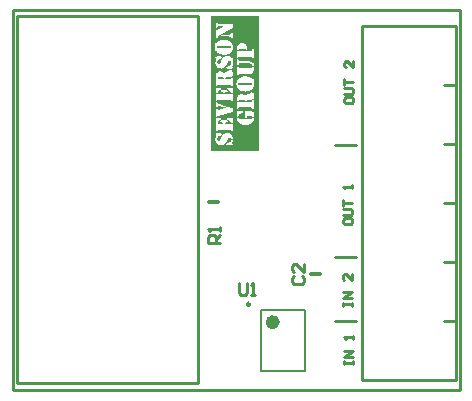
<source format=gto>
G04*
G04 #@! TF.GenerationSoftware,Altium Limited,Altium Designer,20.1.14 (287)*
G04*
G04 Layer_Color=65535*
%FSLAX25Y25*%
%MOIN*%
G70*
G04*
G04 #@! TF.SameCoordinates,812AF3B6-9DBB-4E22-AB82-19E7777D9F63*
G04*
G04*
G04 #@! TF.FilePolarity,Positive*
G04*
G01*
G75*
%ADD10C,0.02362*%
%ADD11C,0.00984*%
%ADD12C,0.01000*%
%ADD13C,0.00787*%
%ADD14C,0.01200*%
G36*
X405000Y185000D02*
X396428D01*
Y185000D01*
X389000D01*
Y229977D01*
X396428D01*
Y229977D01*
X405000D01*
Y185000D01*
D02*
G37*
%LPC*%
G36*
X390971Y227977D02*
X390952D01*
X390869Y227968D01*
X390814Y227941D01*
X390777Y227913D01*
X390767Y227904D01*
X390730Y227857D01*
X390693Y227802D01*
X390666Y227681D01*
X390656Y227626D01*
X390647Y227580D01*
Y222751D01*
D01*
Y223241D01*
X390656Y223149D01*
Y223084D01*
X390666Y223029D01*
X390675Y222992D01*
Y222964D01*
X390684Y222945D01*
X390721Y222890D01*
X390758Y222853D01*
X390786Y222825D01*
X390804Y222816D01*
X390860Y222788D01*
X390915Y222779D01*
X390952Y222770D01*
X390971D01*
X391036Y222779D01*
X391091Y222797D01*
X391128Y222807D01*
X391137Y222816D01*
X391184Y222862D01*
X391211Y222908D01*
X391230Y222945D01*
X391239Y222955D01*
X391285Y223075D01*
X391313Y223140D01*
X391341Y223186D01*
X391359Y223214D01*
X391369Y223223D01*
X391387Y223241D01*
X391415Y223260D01*
X391480Y223306D01*
X391535Y223343D01*
X391554Y223353D01*
X391563D01*
X396317Y226109D01*
Y227358D01*
X394440D01*
X390647Y225166D01*
Y226535D01*
X390656Y226414D01*
X390684Y226322D01*
X390712Y226266D01*
X390721Y226257D01*
Y226248D01*
X390786Y226192D01*
X390860Y226165D01*
X390915Y226155D01*
X390934D01*
X390943D01*
X391008Y226165D01*
X391063Y226174D01*
X391100Y226183D01*
X391110Y226192D01*
X391156Y226238D01*
X391193Y226285D01*
X391221Y226331D01*
X391230Y226349D01*
X391276Y226433D01*
X391322Y226498D01*
X391369Y226553D01*
X391406Y226590D01*
X391452Y226627D01*
X391480Y226645D01*
X391498Y226664D01*
X391507D01*
X391572Y226692D01*
X391646Y226719D01*
X391803Y226747D01*
X391868Y226757D01*
X391924D01*
X391961D01*
X391979D01*
X393117D01*
X393903Y227358D01*
X391979D01*
X391877D01*
X391794Y227367D01*
X391711Y227385D01*
X391646Y227395D01*
X391591Y227413D01*
X391554Y227422D01*
X391526Y227432D01*
X391517D01*
X391461Y227469D01*
X391415Y227506D01*
X391332Y227598D01*
X391304Y227635D01*
X391285Y227672D01*
X391267Y227691D01*
Y227700D01*
X391239Y227755D01*
X391211Y227802D01*
X391165Y227876D01*
X391137Y227913D01*
X391128Y227922D01*
X391073Y227959D01*
X391017Y227968D01*
X390971Y227977D01*
D02*
G37*
G36*
X396049Y224564D02*
X396040D01*
X396031D01*
X395975Y224555D01*
X395920Y224536D01*
X395846Y224490D01*
X395799Y224435D01*
X395781Y224416D01*
Y224407D01*
X395716Y224287D01*
X395633Y224176D01*
X395550Y224093D01*
X395513Y224065D01*
X395485Y224046D01*
X395466Y224028D01*
X395457D01*
X395392Y224000D01*
X395318Y223981D01*
X395180Y223954D01*
X395115D01*
X395069Y223944D01*
X395032D01*
X395022D01*
X392849D01*
X392072Y223343D01*
X395022D01*
X395198Y223334D01*
X395346Y223297D01*
X395466Y223251D01*
X395559Y223204D01*
X395633Y223149D01*
X395679Y223103D01*
X395707Y223066D01*
X395716Y223057D01*
X395753Y222992D01*
X395781Y222927D01*
X395809Y222890D01*
X395827Y222853D01*
X395846Y222825D01*
X395864Y222807D01*
X395873Y222797D01*
X395920Y222770D01*
X395975Y222761D01*
X396012Y222751D01*
X396317D01*
X396031D01*
X396077Y222761D01*
X396123Y222770D01*
X396197Y222825D01*
X396243Y222890D01*
X396280Y222973D01*
X396299Y223057D01*
X396308Y223130D01*
X396317Y223177D01*
Y224213D01*
X396308Y224277D01*
X396299Y224333D01*
X396280Y224370D01*
X396271Y224407D01*
X396262Y224426D01*
X396253Y224444D01*
X396216Y224481D01*
X396179Y224518D01*
X396105Y224546D01*
X396049Y224564D01*
D02*
G37*
G36*
X396419Y222317D02*
X393561D01*
D01*
X396419D01*
D02*
G37*
G36*
X393561D02*
X393496D01*
X393228Y222307D01*
X392978Y222280D01*
X392738Y222233D01*
X392525Y222187D01*
X392312Y222113D01*
X392127Y222048D01*
X391951Y221965D01*
X391803Y221891D01*
X391665Y221808D01*
X391544Y221725D01*
X391443Y221660D01*
X391350Y221595D01*
X391285Y221539D01*
X391239Y221493D01*
X391211Y221465D01*
X391202Y221456D01*
X391091Y221336D01*
X390999Y221216D01*
X390915Y221095D01*
X390851Y220994D01*
X390795Y220901D01*
X390758Y220827D01*
X390740Y220781D01*
X390730Y220762D01*
X390675Y220615D01*
X390629Y220457D01*
X390601Y220309D01*
X390573Y220161D01*
X390564Y220041D01*
X390555Y219939D01*
X390545Y219902D01*
Y222317D01*
D01*
D01*
Y217229D01*
Y219689D01*
X390555Y219495D01*
X390582Y219310D01*
X390610Y219153D01*
X390647Y219023D01*
X390675Y218913D01*
X390703Y218829D01*
X390721Y218783D01*
X390730Y218764D01*
X390795Y218626D01*
X390869Y218496D01*
X390952Y218385D01*
X391026Y218284D01*
X391091Y218191D01*
X391147Y218126D01*
X391184Y218089D01*
X391202Y218071D01*
X391369Y217923D01*
X391535Y217793D01*
X391702Y217682D01*
X391859Y217590D01*
X391998Y217525D01*
X392053Y217497D01*
X392099Y217470D01*
X392146Y217451D01*
X392173Y217442D01*
X392192Y217432D01*
X392201D01*
X392423Y217368D01*
X392645Y217312D01*
X392867Y217275D01*
X393061Y217257D01*
X393154Y217248D01*
X393237Y217238D01*
X393311D01*
X393376Y217229D01*
X390545D01*
X396419D01*
X393496D01*
X393755Y217238D01*
X394005Y217266D01*
X394236Y217303D01*
X394449Y217358D01*
X394652Y217414D01*
X394837Y217488D01*
X395004Y217553D01*
X395152Y217636D01*
X395291Y217710D01*
X395402Y217784D01*
X395503Y217849D01*
X395587Y217904D01*
X395651Y217960D01*
X395698Y217997D01*
X395725Y218024D01*
X395735Y218034D01*
X395846Y218154D01*
X395938Y218284D01*
X396021Y218422D01*
X396095Y218561D01*
X396160Y218700D01*
X396216Y218839D01*
X396308Y219097D01*
X396336Y219218D01*
X396364Y219329D01*
X396382Y219430D01*
X396401Y219523D01*
X396410Y219588D01*
Y219643D01*
X396419Y219680D01*
Y219782D01*
Y219689D01*
X395846D01*
X395818Y219606D01*
X395790Y219542D01*
X395762Y219495D01*
X395735Y219458D01*
X395716Y219430D01*
X395698Y219412D01*
X395679Y219393D01*
X395624Y219366D01*
X395559Y219347D01*
X395411Y219329D01*
X395346Y219320D01*
X395291D01*
X395254D01*
X395235D01*
X391628D01*
X391554D01*
X391480Y219329D01*
X391424Y219338D01*
X391378Y219356D01*
X391350Y219366D01*
X391322Y219375D01*
X391304Y219384D01*
X391267Y219412D01*
X391230Y219458D01*
X391174Y219560D01*
X391147Y219606D01*
X391137Y219653D01*
X391119Y219680D01*
Y219689D01*
X390545D01*
Y219847D01*
X391119D01*
X391137Y219902D01*
X391165Y219949D01*
X391193Y220023D01*
X391211Y220059D01*
X391221Y220069D01*
X391258Y220106D01*
X391285Y220133D01*
X391322Y220152D01*
X391332Y220161D01*
X391424Y220198D01*
X391517Y220217D01*
X391563Y220226D01*
X391600D01*
X391618D01*
X391628D01*
X395235D01*
X395346D01*
X395439Y220208D01*
X395513Y220198D01*
X395577Y220180D01*
X395624Y220161D01*
X395661Y220143D01*
X395679Y220133D01*
X395688Y220124D01*
X395725Y220096D01*
X395753Y220069D01*
X395762Y220050D01*
X395772Y220041D01*
X395781Y220023D01*
X395790Y219995D01*
X395818Y219930D01*
X395827Y219875D01*
X395836Y219856D01*
Y219847D01*
X396419D01*
Y219782D01*
Y219847D01*
Y219865D01*
Y219847D01*
X396401Y220032D01*
X396373Y220217D01*
X396336Y220383D01*
X396280Y220540D01*
X396234Y220689D01*
X396169Y220818D01*
X396114Y220948D01*
X396049Y221059D01*
X395994Y221151D01*
X395938Y221244D01*
X395883Y221318D01*
X395836Y221382D01*
X395790Y221428D01*
X395762Y221465D01*
X395744Y221484D01*
X395735Y221493D01*
X395577Y221641D01*
X395402Y221761D01*
X395226Y221872D01*
X395041Y221965D01*
X394856Y222048D01*
X394671Y222113D01*
X394486Y222168D01*
X394310Y222215D01*
X394144Y222252D01*
X393986Y222270D01*
X393848Y222289D01*
X393727Y222307D01*
X393635D01*
X393561Y222317D01*
D02*
G37*
G36*
X399523Y221142D02*
X399412D01*
X399209Y221132D01*
X399015Y221095D01*
X398848Y221049D01*
X398709Y220994D01*
X398589Y220938D01*
X398506Y220892D01*
X398450Y220855D01*
X398432Y220846D01*
X398293Y220735D01*
X398173Y220615D01*
X398071Y220485D01*
X397988Y220365D01*
X397923Y220254D01*
X397877Y220170D01*
X397858Y220133D01*
X397849Y220106D01*
X397840Y220096D01*
Y220087D01*
X397812Y220004D01*
X397784Y219912D01*
X397747Y219699D01*
X397710Y219477D01*
X397692Y219255D01*
X397683Y219051D01*
Y218968D01*
X397673Y218894D01*
Y218737D01*
X398275D01*
X398284Y218820D01*
X398302Y218885D01*
X398321Y218950D01*
X398339Y218987D01*
X398358Y219023D01*
X398376Y219042D01*
X398386Y219060D01*
X398441Y219116D01*
X398487Y219144D01*
X398524Y219162D01*
X398543Y219172D01*
X398571Y219181D01*
X398617Y219190D01*
X398691Y219199D01*
X398737D01*
X398765D01*
X398783D01*
X398793D01*
X400078D01*
X400162D01*
X400245Y219190D01*
X400310Y219181D01*
X400365Y219162D01*
X400402Y219153D01*
X400430Y219134D01*
X400448Y219125D01*
X400458D01*
X400513Y219088D01*
X400550Y219060D01*
X400569Y219033D01*
X400578Y219023D01*
X400587Y218996D01*
X400606Y218959D01*
X400633Y218866D01*
X400643Y218829D01*
X400652Y218792D01*
X400661Y218764D01*
Y218755D01*
X401244D01*
Y218913D01*
X401235Y219051D01*
X401225Y219190D01*
X401216Y219301D01*
X401207Y219412D01*
X401198Y219504D01*
X401179Y219588D01*
X401170Y219662D01*
X401151Y219726D01*
X401142Y219782D01*
X401133Y219828D01*
X401114Y219865D01*
X401105Y219902D01*
X401096Y219921D01*
X401013Y220143D01*
X400911Y220337D01*
X400809Y220494D01*
X400707Y220624D01*
X400615Y220725D01*
X400541Y220790D01*
X400495Y220836D01*
X400476Y220846D01*
X400310Y220948D01*
X400134Y221022D01*
X399958Y221068D01*
X399792Y221105D01*
X399634Y221123D01*
X399579Y221132D01*
X399523Y221142D01*
D02*
G37*
G36*
X397673Y218737D02*
D01*
Y218598D01*
Y218737D01*
D02*
G37*
G36*
X403075Y219088D02*
X403057D01*
X403048D01*
X402964Y219079D01*
X402900Y219042D01*
X402844Y218996D01*
X402807Y218940D01*
X402779Y218876D01*
X402752Y218829D01*
X402742Y218792D01*
Y218783D01*
X402724Y218718D01*
X402715Y218681D01*
X402705Y218672D01*
Y218663D01*
X402696Y218644D01*
X402678Y218626D01*
X402659Y218617D01*
X402650Y218607D01*
X402641Y218598D01*
X402622D01*
X402567Y218589D01*
X402520D01*
X402511D01*
X402502D01*
X397673D01*
Y218598D01*
Y216591D01*
X397683Y216471D01*
X397710Y216387D01*
X397747Y216332D01*
X397757Y216322D01*
Y216313D01*
X397784Y216276D01*
X397821Y216258D01*
X397886Y216221D01*
X397942Y216212D01*
X397673D01*
D01*
X403344D01*
D01*
X403057D01*
X403112Y216221D01*
X403149Y216230D01*
X403223Y216267D01*
X403260Y216295D01*
X403279Y216313D01*
X403316Y216396D01*
X403334Y216489D01*
X403344Y216526D01*
Y218709D01*
X403334Y218764D01*
X403325Y218820D01*
X403316Y218857D01*
X403307Y218894D01*
X403297Y218913D01*
X403288Y218931D01*
X403251Y218987D01*
X403214Y219023D01*
X403168Y219051D01*
X403131Y219070D01*
X403075Y219088D01*
D02*
G37*
G36*
X392377Y216646D02*
X392349D01*
X392331D01*
X392321D01*
X390989D01*
X390860Y216637D01*
X390767Y216609D01*
X390730Y216600D01*
X390703Y216582D01*
X390693Y216572D01*
X390684D01*
X390647Y216545D01*
X390619Y216508D01*
X390582Y216434D01*
X390573Y216369D01*
Y216341D01*
X390582Y216295D01*
X390592Y216248D01*
X390638Y216175D01*
X390693Y216128D01*
X390703Y216110D01*
X390712D01*
X390841Y216017D01*
Y215952D01*
X390832Y215915D01*
X390823Y215888D01*
Y215879D01*
X390777Y215768D01*
X390740Y215666D01*
X390703Y215573D01*
X390675Y215499D01*
X390656Y215444D01*
X390647Y215398D01*
X390638Y215370D01*
Y215360D01*
X390619Y215286D01*
X390601Y215203D01*
X390582Y215037D01*
X390573Y214953D01*
X390564Y214898D01*
Y214843D01*
X391156D01*
X391202Y215009D01*
X391248Y215157D01*
X391304Y215277D01*
X391350Y215388D01*
X391396Y215462D01*
X391424Y215527D01*
X391452Y215564D01*
X391461Y215573D01*
X391563Y215629D01*
X391655Y215684D01*
X391739Y215721D01*
X391803Y215758D01*
X391859Y215795D01*
X391905Y215814D01*
X391933Y215832D01*
X391942D01*
X392090Y215897D01*
X392210Y215943D01*
X392266Y215962D01*
X392303Y215971D01*
X392331Y215980D01*
X392340D01*
X392405Y215999D01*
X392460Y216008D01*
X392497Y216026D01*
X392506D01*
X392543Y216054D01*
X392571Y216073D01*
X392590Y216091D01*
X392599Y216101D01*
X392645Y216175D01*
X392664Y216248D01*
X392673Y216295D01*
Y216313D01*
X392664Y216369D01*
X392654Y216415D01*
X392617Y216489D01*
X392590Y216535D01*
X392571Y216554D01*
X392488Y216609D01*
X392405Y216637D01*
X392377Y216646D01*
D02*
G37*
G36*
X396419Y216831D02*
Y214750D01*
X396410Y214861D01*
X396391Y214972D01*
X396382Y215065D01*
X396364Y215148D01*
X396354Y215203D01*
X396345Y215249D01*
Y215259D01*
X396317Y215370D01*
X396280Y215472D01*
X396243Y215573D01*
X396216Y215647D01*
X396188Y215721D01*
X396160Y215768D01*
X396151Y215805D01*
X396142Y215814D01*
X396040Y215980D01*
X395920Y216128D01*
X395799Y216258D01*
X395688Y216359D01*
X395587Y216443D01*
X395503Y216508D01*
X395448Y216545D01*
X395439Y216554D01*
X395429D01*
X395254Y216646D01*
X395087Y216711D01*
X394921Y216767D01*
X394763Y216794D01*
X394634Y216813D01*
X394532Y216831D01*
X394440D01*
X394310Y216822D01*
X394181Y216804D01*
X394051Y216776D01*
X393940Y216739D01*
X393718Y216646D01*
X393533Y216545D01*
X393450Y216489D01*
X393385Y216443D01*
X393320Y216387D01*
X393265Y216350D01*
X393228Y216313D01*
X393200Y216285D01*
X393182Y216267D01*
X393172Y216258D01*
X393108Y216212D01*
X393052Y216165D01*
X392950Y216054D01*
X392913Y216008D01*
X392886Y215971D01*
X392876Y215943D01*
X392867Y215934D01*
X392821Y215851D01*
X392765Y215758D01*
X392719Y215666D01*
X392673Y215573D01*
X392627Y215490D01*
X392599Y215425D01*
X392580Y215379D01*
X392571Y215360D01*
X392525Y215259D01*
X392488Y215157D01*
X392414Y215000D01*
X392349Y214861D01*
X392303Y214759D01*
X392266Y214685D01*
X392238Y214639D01*
X392220Y214611D01*
Y214602D01*
X392173Y214528D01*
X392127Y214463D01*
X392090Y214408D01*
X392053Y214362D01*
X392016Y214324D01*
X391988Y214306D01*
X391979Y214297D01*
X391970Y214287D01*
X391859Y214232D01*
X391757Y214204D01*
X391720D01*
X391683Y214195D01*
X391665D01*
X391655D01*
X391591Y214204D01*
X391535Y214213D01*
X391443Y214250D01*
X391406Y214269D01*
X391378Y214287D01*
X391369Y214306D01*
X391359D01*
X391313Y214352D01*
X391276Y214417D01*
X391211Y214546D01*
X391184Y214611D01*
X391165Y214657D01*
X391156Y214694D01*
Y214704D01*
X390545D01*
X390573Y214408D01*
X390619Y214149D01*
X390684Y213927D01*
X390712Y213825D01*
X390749Y213742D01*
X390786Y213658D01*
X390814Y213584D01*
X390841Y213529D01*
X390869Y213483D01*
X390897Y213446D01*
X390906Y213409D01*
X390925Y213400D01*
Y213390D01*
X391026Y213261D01*
X391128Y213150D01*
X391239Y213057D01*
X391350Y212974D01*
X391443Y212918D01*
X391517Y212872D01*
X391563Y212844D01*
X391572Y212835D01*
X391581D01*
X391739Y212771D01*
X391896Y212724D01*
X392044Y212687D01*
X392173Y212669D01*
X392294Y212650D01*
X392386Y212641D01*
X390545D01*
X392469D01*
X392645Y212650D01*
X392802Y212678D01*
X392960Y212715D01*
X393108Y212761D01*
X393237Y212826D01*
X393367Y212891D01*
X393478Y212965D01*
X393579Y213039D01*
X393672Y213113D01*
X393755Y213187D01*
X393820Y213251D01*
X393885Y213316D01*
X393931Y213363D01*
X393959Y213400D01*
X393977Y213427D01*
X393986Y213437D01*
X394070Y213557D01*
X394134Y213668D01*
X394162Y213714D01*
X394181Y213751D01*
X394199Y213770D01*
Y213779D01*
X394236Y213862D01*
X394282Y213964D01*
X394338Y214084D01*
X394393Y214195D01*
X394440Y214306D01*
X394477Y214389D01*
X394495Y214426D01*
X394504Y214454D01*
X394514Y214463D01*
Y214473D01*
X394588Y214620D01*
X394643Y214750D01*
X394699Y214852D01*
X394745Y214935D01*
X394782Y214990D01*
X394810Y215037D01*
X394828Y215055D01*
X394837Y215065D01*
X394902Y215139D01*
X394976Y215185D01*
X395041Y215222D01*
X395106Y215249D01*
X395161Y215268D01*
X395207Y215277D01*
X395235D01*
X395244D01*
X395318Y215268D01*
X395392Y215259D01*
X395457Y215231D01*
X395503Y215212D01*
X395540Y215185D01*
X395568Y215157D01*
X395587Y215148D01*
X395596Y215139D01*
X395642Y215083D01*
X395688Y215000D01*
X395762Y214833D01*
X395790Y214750D01*
X395809Y214685D01*
X395818Y214639D01*
X395827Y214620D01*
X396419D01*
Y214491D01*
X395818D01*
X395790Y214362D01*
X395762Y214250D01*
X395725Y214158D01*
X395688Y214075D01*
X395661Y214019D01*
X395633Y213973D01*
X395624Y213945D01*
X395614Y213936D01*
X395513Y213843D01*
X395420Y213760D01*
X395328Y213696D01*
X395235Y213631D01*
X395170Y213575D01*
X395106Y213538D01*
X395069Y213520D01*
X395059Y213510D01*
X394837Y213400D01*
X394726Y213363D01*
X394625Y213326D01*
X394541Y213298D01*
X394477Y213279D01*
X394440Y213261D01*
X394421D01*
X394319Y213224D01*
X394255Y213187D01*
X394208Y213150D01*
X394199Y213141D01*
X394153Y213085D01*
X394134Y213011D01*
X394125Y212955D01*
Y212891D01*
X394144Y212854D01*
X394181Y212780D01*
X394218Y212743D01*
X394227Y212724D01*
X394236D01*
X394319Y212678D01*
X394403Y212650D01*
X394430D01*
X394458Y212641D01*
X396419D01*
Y216831D01*
D02*
G37*
G36*
X403445Y215656D02*
D01*
Y213455D01*
X403427Y213594D01*
X403408Y213714D01*
X403381Y213816D01*
X403362Y213899D01*
X403334Y213973D01*
X403325Y214019D01*
X403307Y214047D01*
Y214056D01*
X403223Y214213D01*
X403131Y214343D01*
X403029Y214463D01*
X402927Y214556D01*
X402844Y214630D01*
X402770Y214685D01*
X402724Y214722D01*
X402705Y214732D01*
X402548Y214833D01*
X402363Y214907D01*
X402178Y214963D01*
X402002Y215000D01*
X401845Y215018D01*
X401780Y215027D01*
X401725Y215037D01*
X401669D01*
X401632D01*
X401614D01*
X401605D01*
X398968D01*
X398811Y215046D01*
X398737Y215065D01*
X398682Y215083D01*
X398626Y215092D01*
X398589Y215111D01*
X398571Y215120D01*
X398561D01*
X398497Y215157D01*
X398441Y215203D01*
X398358Y215286D01*
X398330Y215323D01*
X398312Y215351D01*
X398293Y215370D01*
Y215379D01*
X398265Y215435D01*
X398238Y215472D01*
X398210Y215509D01*
X398201Y215527D01*
X398182Y215546D01*
X398173Y215555D01*
X398136Y215592D01*
X398099Y215610D01*
X398034Y215647D01*
X397979Y215656D01*
X397960D01*
X397905Y215647D01*
X397858Y215629D01*
X397784Y215582D01*
X397747Y215527D01*
X397729Y215509D01*
Y215499D01*
X397701Y215462D01*
X397692Y215425D01*
X397683Y215398D01*
Y215388D01*
X397673Y215333D01*
Y214213D01*
X397683Y214084D01*
X397701Y213991D01*
X397720Y213954D01*
X397729Y213927D01*
X397738Y213917D01*
Y213908D01*
X397766Y213871D01*
X397803Y213853D01*
X397868Y213816D01*
X397923Y213807D01*
X397942D01*
X397951D01*
X398034Y213816D01*
X398090Y213834D01*
X398127Y213843D01*
X398136Y213853D01*
X398182Y213908D01*
X398228Y213973D01*
X398265Y214029D01*
X398275Y214038D01*
Y214047D01*
X398358Y214177D01*
X398469Y214269D01*
X398580Y214343D01*
X398691Y214389D01*
X398802Y214417D01*
X398885Y214426D01*
X398922Y214436D01*
X398950D01*
X398959D01*
X398968D01*
X401605D01*
X401808Y214426D01*
X401993Y214389D01*
X402160Y214334D01*
X402308Y214278D01*
X402428Y214223D01*
X402520Y214167D01*
X402548Y214149D01*
X402576Y214130D01*
X402585Y214121D01*
X402594D01*
X402641Y214029D01*
X402668Y213927D01*
X402705Y213816D01*
X402724Y213705D01*
X402742Y213603D01*
X402761Y213529D01*
X402770Y213474D01*
Y213455D01*
X403445D01*
Y213261D01*
X402789D01*
X402761Y213187D01*
X402742Y213122D01*
X402724Y213067D01*
X402705Y213030D01*
X402696Y213002D01*
Y212983D01*
X402687Y212974D01*
X402650Y212937D01*
X402604Y212909D01*
X402576Y212891D01*
X402557Y212881D01*
X402493Y212854D01*
X402428Y212835D01*
X402372Y212817D01*
X402363D01*
X402354D01*
X402298D01*
X402224Y212807D01*
X402067D01*
X401993D01*
X401928D01*
X401891D01*
X401873D01*
X398497D01*
X398423Y212817D01*
X398376Y212826D01*
X398349Y212835D01*
X398339D01*
X398321Y212844D01*
Y212854D01*
X398312Y212863D01*
Y212881D01*
X398293Y212918D01*
X398275Y212965D01*
X398265Y212974D01*
Y212983D01*
X398228Y213057D01*
X398191Y213113D01*
X398145Y213159D01*
X398090Y213187D01*
X398053Y213205D01*
X398016Y213214D01*
X397988D01*
X397979D01*
X397905Y213205D01*
X397849Y213187D01*
X397812Y213159D01*
X397803Y213150D01*
X397757Y213094D01*
X397720Y213039D01*
X397710Y213002D01*
X397701Y212993D01*
Y212983D01*
X397673Y212817D01*
Y210809D01*
X397683Y210699D01*
X397710Y210606D01*
X397747Y210550D01*
X397757Y210541D01*
Y210532D01*
X397784Y210495D01*
X397821Y210476D01*
X397895Y210439D01*
X397951Y210430D01*
X397673D01*
D01*
X403445D01*
Y215656D01*
D02*
G37*
G36*
X390545Y216831D02*
Y212641D01*
Y214704D01*
Y216831D01*
D02*
G37*
G36*
X395503Y212271D02*
X390647D01*
Y209912D01*
Y212271D01*
X395439D01*
X395402Y212252D01*
X395337Y212225D01*
X395291Y212188D01*
X395272Y212178D01*
Y212169D01*
X395235Y212132D01*
X395217Y212095D01*
X395180Y212031D01*
X395170Y211984D01*
Y211966D01*
X395180Y211910D01*
X395198Y211864D01*
X395263Y211771D01*
X395300Y211735D01*
X395328Y211707D01*
X395346Y211698D01*
X395355Y211688D01*
X395383Y211661D01*
X395374D01*
X395365D01*
X395355D01*
X394514D01*
X394440D01*
X394366Y211642D01*
X394301Y211633D01*
X394245Y211614D01*
X394190Y211596D01*
X394153Y211577D01*
X394134Y211568D01*
X394125Y211559D01*
X393986Y211466D01*
X393885Y211374D01*
X393838Y211328D01*
X393811Y211291D01*
X393792Y211272D01*
X393783Y211263D01*
X393700Y211133D01*
X393644Y211013D01*
X393616Y210958D01*
X393598Y210921D01*
X393589Y210893D01*
Y210883D01*
X393542Y210717D01*
X393533Y210634D01*
X393524Y210550D01*
X393515Y210476D01*
Y210375D01*
X393505Y210495D01*
X393487Y210606D01*
X393468Y210699D01*
X393450Y210782D01*
X393431Y210846D01*
X393413Y210893D01*
X393394Y210921D01*
Y210930D01*
X393311Y211078D01*
X393265Y211142D01*
X393228Y211198D01*
X393191Y211235D01*
X393163Y211272D01*
X393145Y211291D01*
X393135Y211300D01*
X392978Y211429D01*
X392821Y211522D01*
X392654Y211596D01*
X392497Y211642D01*
X392358Y211670D01*
X392294Y211679D01*
X392247D01*
X392201Y211688D01*
X392173D01*
X392155D01*
X392146D01*
X392007Y211679D01*
X391887Y211661D01*
X391766Y211633D01*
X391655Y211596D01*
X391461Y211503D01*
X391295Y211402D01*
X391174Y211300D01*
X391082Y211207D01*
X391045Y211170D01*
X391026Y211142D01*
X391008Y211124D01*
Y211115D01*
X390915Y210967D01*
X390841Y210819D01*
X390786Y210671D01*
X390740Y210532D01*
X390712Y210412D01*
X390693Y210319D01*
Y210282D01*
X390684Y210255D01*
Y210236D01*
X390675Y210106D01*
X390666Y209977D01*
X390656Y209847D01*
X390647Y209727D01*
Y209912D01*
Y209727D01*
Y209274D01*
X391248D01*
X391276Y209376D01*
X391313Y209459D01*
X391341Y209524D01*
X391369Y209579D01*
X391396Y209607D01*
X391415Y209635D01*
X391424Y209653D01*
X391433D01*
X391480Y209681D01*
X391526Y209700D01*
X391637Y209727D01*
X391683Y209736D01*
X391720D01*
X391748D01*
X391757D01*
X392830D01*
X392941D01*
X393015Y209727D01*
X393052Y209718D01*
X393071Y209709D01*
X393126Y209681D01*
X393182Y209644D01*
X393219Y209607D01*
X393237Y209598D01*
X393246Y209570D01*
X393265Y209533D01*
X393283Y209431D01*
X393293Y209376D01*
X393302Y209330D01*
X393311Y209302D01*
Y209293D01*
X393885D01*
X393894Y209376D01*
X393922Y209450D01*
X393940Y209505D01*
X393968Y209552D01*
X393986Y209589D01*
X394005Y209607D01*
X394014Y209626D01*
X394023D01*
X394107Y209681D01*
X394190Y209709D01*
X394218Y209718D01*
X394245Y209727D01*
X394264D01*
X394273D01*
X394292D01*
X394319Y209736D01*
X394403D01*
X394449D01*
X394477D01*
X394504D01*
X394514D01*
X395198D01*
X395402Y209746D01*
X395577Y209783D01*
X395735Y209838D01*
X395864Y209894D01*
X395966Y209949D01*
X396040Y210005D01*
X396086Y210042D01*
X396105Y210051D01*
X396216Y210180D01*
X396290Y210329D01*
X396345Y210476D01*
X396391Y210625D01*
X396410Y210754D01*
X396419Y210856D01*
X396428Y210893D01*
Y211050D01*
X396419Y211142D01*
X396410Y211226D01*
X396391Y211291D01*
X396382Y211346D01*
X396373Y211392D01*
X396364Y211420D01*
Y211429D01*
X396308Y211577D01*
X396280Y211642D01*
X396243Y211707D01*
X396216Y211753D01*
X396188Y211790D01*
X396179Y211808D01*
X396169Y211818D01*
X396049Y211947D01*
X395938Y212049D01*
X395892Y212086D01*
X395855Y212123D01*
X395827Y212132D01*
X395818Y212141D01*
X395744Y212188D01*
X395679Y212215D01*
X395577Y212252D01*
X395531Y212262D01*
X395503Y212271D01*
D02*
G37*
G36*
X390647Y209274D02*
D01*
Y209144D01*
Y209274D01*
D02*
G37*
G36*
X403445Y210060D02*
Y207591D01*
X403427Y207775D01*
X403399Y207961D01*
X403362Y208127D01*
X403307Y208284D01*
X403260Y208432D01*
X403196Y208562D01*
X403140Y208691D01*
X403075Y208802D01*
X403020Y208895D01*
X402964Y208987D01*
X402909Y209061D01*
X402863Y209126D01*
X402816Y209172D01*
X402789Y209209D01*
X402770Y209228D01*
X402761Y209237D01*
X402604Y209385D01*
X402428Y209505D01*
X402252Y209616D01*
X402067Y209709D01*
X401882Y209792D01*
X401697Y209857D01*
X401512Y209912D01*
X401336Y209959D01*
X401170Y209996D01*
X401013Y210014D01*
X400874Y210033D01*
X400754Y210051D01*
X400661D01*
X400587Y210060D01*
X400522D01*
X400254Y210051D01*
X400004Y210023D01*
X399764Y209977D01*
X399551Y209931D01*
X399338Y209857D01*
X399153Y209792D01*
X398978Y209709D01*
X398830Y209635D01*
X398691Y209552D01*
X398571Y209468D01*
X398469Y209403D01*
X398376Y209339D01*
X398312Y209283D01*
X398265Y209237D01*
X398238Y209209D01*
X398228Y209200D01*
X398117Y209080D01*
X398025Y208960D01*
X397942Y208839D01*
X397877Y208737D01*
X397821Y208645D01*
X397784Y208571D01*
X397766Y208525D01*
X397757Y208506D01*
X397701Y208358D01*
X397655Y208201D01*
X397627Y208053D01*
X397599Y207905D01*
X397590Y207785D01*
X397581Y207683D01*
X397572Y207646D01*
Y207591D01*
X398145D01*
X398164Y207646D01*
X398191Y207692D01*
X398219Y207766D01*
X398238Y207803D01*
X398247Y207812D01*
X398284Y207850D01*
X398312Y207877D01*
X398349Y207896D01*
X398358Y207905D01*
X398450Y207942D01*
X398543Y207961D01*
X398589Y207970D01*
X398626D01*
X398645D01*
X398654D01*
X402261D01*
X402372D01*
X402465Y207951D01*
X402539Y207942D01*
X402604Y207924D01*
X402650Y207905D01*
X402687Y207887D01*
X402705Y207877D01*
X402715Y207868D01*
X402752Y207840D01*
X402779Y207812D01*
X402789Y207794D01*
X402798Y207785D01*
X402807Y207766D01*
X402816Y207738D01*
X402844Y207674D01*
X402853Y207618D01*
X402863Y207600D01*
Y207591D01*
X403445D01*
Y207433D01*
X402872D01*
X402844Y207350D01*
X402816Y207285D01*
X402789Y207239D01*
X402761Y207202D01*
X402742Y207174D01*
X402724Y207156D01*
X402705Y207137D01*
X402650Y207109D01*
X402585Y207091D01*
X402437Y207072D01*
X402372Y207063D01*
X402317D01*
X402280D01*
X402261D01*
X398654D01*
X398580D01*
X398506Y207072D01*
X398450Y207082D01*
X398404Y207100D01*
X398376Y207109D01*
X398349Y207119D01*
X398330Y207128D01*
X398293Y207156D01*
X398256Y207202D01*
X398201Y207304D01*
X398173Y207350D01*
X398164Y207396D01*
X398145Y207424D01*
Y207433D01*
X397572D01*
D01*
X397581Y207239D01*
X397609Y207054D01*
X397636Y206897D01*
X397673Y206767D01*
X397701Y206656D01*
X397729Y206573D01*
X397747Y206527D01*
X397757Y206508D01*
X397821Y206369D01*
X397895Y206240D01*
X397979Y206129D01*
X398053Y206027D01*
X398117Y205935D01*
X398173Y205870D01*
X398210Y205833D01*
X398228Y205815D01*
X398395Y205666D01*
X398561Y205537D01*
X398728Y205426D01*
X398885Y205333D01*
X399024Y205269D01*
X399079Y205241D01*
X399126Y205213D01*
X399172Y205195D01*
X399200Y205186D01*
X399218Y205176D01*
X399227D01*
X399449Y205112D01*
X399671Y205056D01*
X399893Y205019D01*
X400088Y205000D01*
X400180Y204991D01*
X400263Y204982D01*
X400337D01*
X400402Y204973D01*
X397572D01*
D01*
X403445D01*
Y210060D01*
D02*
G37*
G36*
X396049Y209644D02*
X396031D01*
X396021D01*
X395938Y209635D01*
X395873Y209598D01*
X395818Y209552D01*
X395781Y209496D01*
X395753Y209431D01*
X395725Y209385D01*
X395716Y209348D01*
Y209339D01*
X395698Y209274D01*
X395688Y209237D01*
X395679Y209228D01*
Y209219D01*
X395670Y209200D01*
X395651Y209181D01*
X395633Y209172D01*
X395624Y209163D01*
X395614Y209154D01*
X395596D01*
X395540Y209144D01*
X395494D01*
X395485D01*
X395476D01*
X390647D01*
Y207147D01*
X390656Y207026D01*
X390684Y206943D01*
X390721Y206888D01*
X390730Y206878D01*
Y206869D01*
X390758Y206832D01*
X390795Y206814D01*
X390860Y206776D01*
X390915Y206767D01*
X390647D01*
X396428D01*
X396031D01*
X396086Y206776D01*
X396123Y206786D01*
X396197Y206823D01*
X396234Y206851D01*
X396253Y206869D01*
X396290Y206952D01*
X396308Y207045D01*
X396317Y207082D01*
Y209265D01*
X396308Y209320D01*
X396299Y209376D01*
X396290Y209413D01*
X396280Y209450D01*
X396271Y209468D01*
X396262Y209487D01*
X396225Y209542D01*
X396188Y209579D01*
X396142Y209607D01*
X396105Y209626D01*
X396049Y209644D01*
D02*
G37*
G36*
X392192Y206166D02*
X392173D01*
X392164D01*
X390647D01*
Y204362D01*
X391285D01*
X391313Y204547D01*
X391350Y204704D01*
X391396Y204843D01*
X391452Y204954D01*
X391498Y205047D01*
X391535Y205102D01*
X391563Y205149D01*
X391572Y205158D01*
X391665Y205259D01*
X391766Y205343D01*
X391877Y205417D01*
X391988Y205472D01*
X392090Y205519D01*
X392164Y205556D01*
X392220Y205574D01*
X392229Y205583D01*
X392238D01*
X392331Y205620D01*
X392386Y205648D01*
X392423Y205676D01*
X392432Y205685D01*
X392460Y205740D01*
X392469Y205805D01*
X392479Y205852D01*
Y205870D01*
X392469Y205972D01*
X392432Y206036D01*
X392405Y206083D01*
X392395Y206092D01*
X392321Y206138D01*
X392247Y206157D01*
X392192Y206166D01*
D02*
G37*
G36*
X394282Y205472D02*
X394245D01*
X394218D01*
X394208D01*
X392673D01*
X392599D01*
X392543Y205463D01*
X392497Y205454D01*
X392460D01*
X392432Y205445D01*
X392414Y205435D01*
X392395Y205426D01*
X392340Y205398D01*
X392303Y205361D01*
X392275Y205315D01*
X392257Y205269D01*
X392247Y205232D01*
X392238Y205195D01*
Y205167D01*
X392247Y205084D01*
X392275Y205019D01*
X392312Y204982D01*
X392321Y204963D01*
X392395Y204917D01*
X392479Y204880D01*
X392516Y204871D01*
X392543Y204862D01*
X392562Y204853D01*
X392571D01*
X392645Y204834D01*
X392710Y204806D01*
X392765Y204788D01*
X392821Y204760D01*
X392858Y204742D01*
X392886Y204723D01*
X392895Y204714D01*
X392904Y204704D01*
X392950Y204658D01*
X392997Y204603D01*
X393071Y204483D01*
X393108Y204427D01*
X393135Y204390D01*
X393145Y204353D01*
X393154Y204344D01*
X393737D01*
X393764Y204427D01*
X393792Y204492D01*
X393820Y204556D01*
X393857Y204603D01*
X393885Y204640D01*
X393912Y204667D01*
X393922Y204677D01*
X393931Y204686D01*
X393986Y204723D01*
X394042Y204760D01*
X394171Y204816D01*
X394227Y204834D01*
X394273Y204853D01*
X394310Y204862D01*
X394319D01*
X394421Y204899D01*
X394495Y204936D01*
X394532Y204963D01*
X394551Y204973D01*
X394597Y205037D01*
X394615Y205102D01*
X394625Y205158D01*
Y205176D01*
X394615Y205232D01*
X394606Y205287D01*
X394569Y205352D01*
X394541Y205398D01*
X394523Y205408D01*
X394477Y205426D01*
X394430Y205445D01*
X394329Y205463D01*
X394282Y205472D01*
D02*
G37*
G36*
X403455Y204742D02*
D01*
Y203520D01*
X403445Y203613D01*
X403436Y203696D01*
X403418Y203761D01*
X403408Y203817D01*
X403399Y203863D01*
X403390Y203890D01*
Y203900D01*
X403334Y204048D01*
X403307Y204113D01*
X403270Y204177D01*
X403242Y204223D01*
X403214Y204260D01*
X403205Y204279D01*
X403196Y204288D01*
X403075Y204418D01*
X402964Y204520D01*
X402918Y204556D01*
X402881Y204593D01*
X402853Y204603D01*
X402844Y204612D01*
X402770Y204658D01*
X402705Y204686D01*
X402604Y204723D01*
X402557Y204732D01*
X402530Y204742D01*
X402465D01*
X402428Y204723D01*
X402363Y204695D01*
X402317Y204658D01*
X402298Y204649D01*
Y204640D01*
X402261Y204603D01*
X402243Y204566D01*
X402206Y204501D01*
X402197Y204455D01*
Y204436D01*
X402206Y204381D01*
X402224Y204334D01*
X402289Y204242D01*
X402326Y204205D01*
X402354Y204177D01*
X402372Y204168D01*
X402382Y204159D01*
X402409Y204131D01*
X402400D01*
X402391D01*
X402382D01*
X401540D01*
X401466D01*
X401392Y204113D01*
X401327Y204103D01*
X401272Y204085D01*
X401216Y204066D01*
X401179Y204048D01*
X401161Y204039D01*
X401151Y204029D01*
X401013Y203937D01*
X400911Y203844D01*
X400865Y203798D01*
X400837Y203761D01*
X400818Y203743D01*
X400809Y203733D01*
X400726Y203604D01*
X400670Y203484D01*
X400643Y203428D01*
X400624Y203391D01*
X400615Y203363D01*
Y203354D01*
X400569Y203187D01*
X400559Y203104D01*
X400550Y203021D01*
X400541Y202947D01*
Y202845D01*
X400532Y202965D01*
X400513Y203077D01*
X400495Y203169D01*
X400476Y203252D01*
X400458Y203317D01*
X400439Y203363D01*
X400421Y203391D01*
Y203400D01*
X400337Y203548D01*
X400291Y203613D01*
X400254Y203668D01*
X400217Y203706D01*
X400189Y203743D01*
X400171Y203761D01*
X400162Y203770D01*
X400004Y203900D01*
X399847Y203992D01*
X399681Y204066D01*
X399523Y204113D01*
X399385Y204140D01*
X399320Y204150D01*
X399274D01*
X399227Y204159D01*
X399200D01*
X399181D01*
X399172D01*
X399033Y204150D01*
X398913Y204131D01*
X398793Y204103D01*
X398682Y204066D01*
X398487Y203974D01*
X398321Y203872D01*
X398201Y203770D01*
X398108Y203678D01*
X398071Y203641D01*
X398053Y203613D01*
X398034Y203594D01*
Y203585D01*
X397942Y203437D01*
X397868Y203289D01*
X397812Y203141D01*
X397766Y203003D01*
X397738Y202882D01*
X397720Y202790D01*
Y202753D01*
X397710Y202725D01*
Y202707D01*
X397701Y202577D01*
X397692Y202448D01*
X397683Y202318D01*
X397673Y202198D01*
Y201745D01*
X398275D01*
X398302Y201846D01*
X398339Y201929D01*
X398367Y201994D01*
X398395Y202050D01*
X398423Y202078D01*
X398441Y202105D01*
X398450Y202124D01*
X398460D01*
X398506Y202151D01*
X398552Y202170D01*
X398663Y202198D01*
X398709Y202207D01*
X398746D01*
X398774D01*
X398783D01*
X399856D01*
X399967D01*
X400041Y202198D01*
X400078Y202188D01*
X400097Y202179D01*
X400152Y202151D01*
X400208Y202115D01*
X400245Y202078D01*
X400263Y202068D01*
X400273Y202041D01*
X400291Y202004D01*
X400310Y201902D01*
X400319Y201846D01*
X400328Y201800D01*
X400337Y201772D01*
Y201763D01*
X400911D01*
X400920Y201846D01*
X400948Y201920D01*
X400966Y201976D01*
X400994Y202022D01*
X401013Y202059D01*
X401031Y202078D01*
X401040Y202096D01*
X401050D01*
X401133Y202151D01*
X401216Y202179D01*
X401244Y202188D01*
X401272Y202198D01*
X401290D01*
X401299D01*
X401318D01*
X401346Y202207D01*
X401429D01*
X401475D01*
X401503D01*
X401531D01*
X401540D01*
X402224D01*
X402428Y202216D01*
X402604Y202253D01*
X402761Y202309D01*
X402890Y202364D01*
X402992Y202420D01*
X403066Y202475D01*
X403112Y202512D01*
X403131Y202521D01*
X403242Y202651D01*
X403316Y202799D01*
X403371Y202947D01*
X403418Y203095D01*
X403436Y203224D01*
X403445Y203326D01*
X403455Y203363D01*
Y199238D01*
X403057D01*
X403112Y199247D01*
X403149Y199256D01*
X403223Y199293D01*
X403260Y199321D01*
X403279Y199339D01*
X403316Y199423D01*
X403334Y199515D01*
X403344Y199552D01*
Y201735D01*
X403334Y201791D01*
X403325Y201846D01*
X403316Y201883D01*
X403307Y201920D01*
X403297Y201939D01*
X403288Y201957D01*
X403251Y202013D01*
X403214Y202050D01*
X403168Y202078D01*
X403131Y202096D01*
X403075Y202115D01*
X403057D01*
X403048D01*
X402964Y202105D01*
X402900Y202068D01*
X402844Y202022D01*
X402807Y201967D01*
X402779Y201902D01*
X402752Y201855D01*
X402742Y201818D01*
Y201809D01*
X402724Y201745D01*
X402715Y201708D01*
X402705Y201698D01*
Y201689D01*
X402696Y201671D01*
X402678Y201652D01*
X402659Y201643D01*
X402650Y201634D01*
X402641Y201624D01*
X402622D01*
X402567Y201615D01*
X402520D01*
X402511D01*
X402502D01*
X397673D01*
Y199617D01*
X397683Y199497D01*
X397710Y199414D01*
X397747Y199358D01*
X397757Y199349D01*
Y199339D01*
X397784Y199302D01*
X397821Y199284D01*
X397886Y199247D01*
X397942Y199238D01*
X397673D01*
D01*
X403455D01*
Y204742D01*
D02*
G37*
G36*
X396317Y206222D02*
X394819D01*
X394699Y206212D01*
X394606Y206185D01*
X394551Y206157D01*
X394532Y206148D01*
X394495Y206120D01*
X394477Y206083D01*
X394440Y206009D01*
X394430Y205953D01*
Y205925D01*
X394440Y205842D01*
X394458Y205787D01*
X394486Y205740D01*
X394495Y205731D01*
X394560Y205685D01*
X394634Y205648D01*
X394689Y205629D01*
X394708Y205620D01*
X394717D01*
X394810Y205583D01*
X394884Y205556D01*
X394948Y205519D01*
X395013Y205491D01*
X395050Y205463D01*
X395087Y205445D01*
X395106Y205435D01*
X395115Y205426D01*
X395226Y205352D01*
X395318Y205269D01*
X395355Y205232D01*
X395383Y205204D01*
X395402Y205186D01*
X395411Y205176D01*
X395503Y205056D01*
X395568Y204954D01*
X395587Y204908D01*
X395605Y204880D01*
X395614Y204862D01*
Y204853D01*
X395642Y204788D01*
X395661Y204714D01*
X395698Y204556D01*
X395716Y204483D01*
X395725Y204427D01*
X395735Y204390D01*
Y204372D01*
X396317D01*
Y204187D01*
X390647D01*
Y202188D01*
X390656Y202068D01*
X390684Y201985D01*
X390721Y201929D01*
X390730Y201920D01*
Y201911D01*
X390758Y201874D01*
X390795Y201855D01*
X390860Y201818D01*
X390915Y201809D01*
X390647D01*
X396317D01*
Y206222D01*
D02*
G37*
G36*
X390962Y201485D02*
X390943D01*
X390888Y201476D01*
X390841Y201467D01*
X390767Y201412D01*
X390721Y201365D01*
X390703Y201347D01*
Y201338D01*
X390684Y201301D01*
X390666Y201263D01*
X390656Y201171D01*
X390647Y201125D01*
Y201171D01*
Y199709D01*
Y200061D01*
X390656Y199932D01*
X390684Y199839D01*
X390703Y199802D01*
X390721Y199774D01*
X390730Y199765D01*
Y199756D01*
X390758Y199719D01*
X390795Y199691D01*
X390869Y199663D01*
X390934Y199645D01*
X390952D01*
X390962D01*
X391036Y199654D01*
X391091Y199672D01*
X391147Y199709D01*
X391184Y199747D01*
X391211Y199774D01*
X391230Y199811D01*
X391239Y199830D01*
Y199839D01*
X391285Y199969D01*
X391332Y200043D01*
X391378Y200098D01*
X391415Y200135D01*
X391424Y200144D01*
X391433D01*
X391498Y200163D01*
X391544Y200181D01*
X391581D01*
X391591D01*
X391609D01*
X391628Y200172D01*
X391692Y200153D01*
X391748Y200144D01*
X391766Y200135D01*
X391776D01*
X393496Y199663D01*
X394338Y199959D01*
X391979Y200672D01*
X391877Y200709D01*
X391785Y200736D01*
X391711Y200773D01*
X391646Y200801D01*
X391600Y200829D01*
X391563Y200847D01*
X391544Y200856D01*
X391535Y200866D01*
X391480Y200903D01*
X391433Y200949D01*
X391396Y200986D01*
X391369Y201014D01*
X391332Y201060D01*
X391322Y201079D01*
X391230Y201254D01*
X391184Y201338D01*
X391147Y201402D01*
X391119Y201430D01*
X391110Y201439D01*
X391054Y201467D01*
X390999Y201476D01*
X390962Y201485D01*
D02*
G37*
G36*
X394828Y199894D02*
X391544Y198960D01*
X391507Y198951D01*
X391470D01*
X391443D01*
X391433D01*
X391387D01*
X391350Y198960D01*
X391332Y198969D01*
X391322D01*
X391295Y198997D01*
X391267Y199034D01*
X391258Y199071D01*
X391248Y199081D01*
X391211Y199145D01*
X391165Y199191D01*
X391110Y199229D01*
X391063Y199247D01*
X391017Y199266D01*
X390989Y199275D01*
X390962D01*
X390952D01*
X390906Y199266D01*
X390860Y199256D01*
X390832Y199238D01*
X390823Y199229D01*
X390777Y199201D01*
X390740Y199173D01*
X390721Y199145D01*
X390712Y199136D01*
X390684Y199090D01*
X390675Y199044D01*
X390666Y199006D01*
Y198997D01*
X390656Y198969D01*
Y198923D01*
X390647Y198849D01*
Y196879D01*
X390656Y196814D01*
X390666Y196759D01*
X390684Y196713D01*
X390693Y196676D01*
X390712Y196648D01*
X390721Y196639D01*
Y196629D01*
X390758Y196583D01*
X390804Y196546D01*
X390841Y196528D01*
X390888Y196509D01*
X390925Y196500D01*
X390952Y196491D01*
X390647D01*
X396317D01*
X390980D01*
X391063Y196500D01*
X391119Y196518D01*
X391156Y196537D01*
X391165Y196546D01*
X391202Y196601D01*
X391239Y196666D01*
X391267Y196722D01*
X391276Y196731D01*
Y196740D01*
X391295Y196768D01*
X391313Y196786D01*
X391322Y196796D01*
X391332D01*
X391359Y196814D01*
X391396Y196833D01*
X391424Y196842D01*
X391443Y196851D01*
X396317Y198294D01*
Y199497D01*
X394828Y199894D01*
D02*
G37*
G36*
X399514Y198507D02*
X399496D01*
X397923D01*
X397812Y198498D01*
X397729Y198470D01*
X397683Y198442D01*
X397664Y198433D01*
X397627Y198405D01*
X397609Y198368D01*
X397572Y198294D01*
Y198257D01*
X397562Y198230D01*
Y198202D01*
X397572Y198146D01*
X397581Y198100D01*
X397627Y198026D01*
X397683Y197970D01*
X397692Y197961D01*
X397701Y197952D01*
X397747Y197924D01*
X397784Y197897D01*
X397831Y197860D01*
X397849Y197850D01*
X397858Y197841D01*
X397868Y197804D01*
Y197785D01*
X397858Y197748D01*
X397849Y197702D01*
X397840Y197675D01*
X397831Y197656D01*
X397766Y197471D01*
X397710Y197267D01*
X397664Y197064D01*
X397627Y196870D01*
X397599Y196703D01*
X397590Y196629D01*
X397581Y196564D01*
Y196509D01*
X397572Y196472D01*
Y196435D01*
X398173D01*
X398182Y196564D01*
X398201Y196676D01*
X398219Y196768D01*
X398238Y196842D01*
X398256Y196907D01*
X398265Y196944D01*
X398284Y196971D01*
Y196981D01*
X398321Y197055D01*
X398367Y197129D01*
X398460Y197249D01*
X398506Y197304D01*
X398543Y197342D01*
X398571Y197369D01*
X398580Y197379D01*
X398645Y197415D01*
X398709Y197452D01*
X398848Y197536D01*
X398913Y197564D01*
X398968Y197591D01*
X399005Y197610D01*
X399015Y197619D01*
X399116Y197675D01*
X399218Y197721D01*
X399301Y197758D01*
X399375Y197785D01*
X399440Y197804D01*
X399486Y197822D01*
X399514Y197832D01*
X399523D01*
X399588Y197850D01*
X399653Y197878D01*
X399699Y197897D01*
X399736Y197915D01*
X399782Y197952D01*
X399801Y197961D01*
X399847Y198026D01*
X399866Y198100D01*
X399875Y198155D01*
Y198183D01*
X399856Y198294D01*
X399819Y198368D01*
X399755Y198424D01*
X399681Y198470D01*
X399616Y198488D01*
X399551Y198498D01*
X399514Y198507D01*
D02*
G37*
G36*
X403445Y198692D02*
D01*
Y196361D01*
X403436Y196574D01*
X403427Y196676D01*
X403418Y196759D01*
X403408Y196833D01*
X403399Y196888D01*
X403390Y196925D01*
Y196934D01*
X403353Y197138D01*
X403325Y197221D01*
X403307Y197304D01*
X403279Y197369D01*
X403270Y197415D01*
X403251Y197452D01*
Y197462D01*
X403168Y197628D01*
X403131Y197712D01*
X403085Y197785D01*
X403048Y197850D01*
X403020Y197906D01*
X403001Y197943D01*
X402992Y197952D01*
X402927Y198054D01*
X402863Y198146D01*
X402798Y198230D01*
X402742Y198303D01*
X402696Y198359D01*
X402659Y198396D01*
X402631Y198424D01*
X402622Y198433D01*
X401216D01*
X401142D01*
X401096Y198442D01*
X401077D01*
X401068D01*
X401050Y198461D01*
X401022Y198479D01*
X401013Y198498D01*
X401003Y198507D01*
X400948Y198572D01*
X400902Y198618D01*
X400874Y198636D01*
X400865Y198646D01*
X400809Y198673D01*
X400754Y198683D01*
X400717Y198692D01*
X400643D01*
X400587Y198673D01*
X400513Y198636D01*
X400467Y198600D01*
X400458Y198590D01*
Y198581D01*
X400430Y198535D01*
X400411Y198488D01*
X400393Y198387D01*
X400384Y198340D01*
Y196657D01*
X400393Y196518D01*
X400411Y196463D01*
X400421Y196416D01*
X400439Y196379D01*
X400458Y196352D01*
X400467Y196343D01*
Y196333D01*
X400495Y196296D01*
X400532Y196268D01*
X400606Y196231D01*
X400661Y196213D01*
X400680D01*
X400689D01*
X400772Y196222D01*
X400837Y196250D01*
X400892Y196287D01*
X400929Y196333D01*
X400957Y196379D01*
X400976Y196416D01*
X400994Y196444D01*
Y196453D01*
X401003Y196509D01*
X401013Y196555D01*
X401022Y196583D01*
X401031Y196601D01*
X401040Y196629D01*
X401050Y196657D01*
X401059Y196666D01*
X401105Y196694D01*
X401170Y196703D01*
X401216Y196713D01*
X401225D01*
X401235D01*
X402419D01*
X402530Y196703D01*
X402622Y196685D01*
X402678Y196657D01*
X402687Y196648D01*
X402696D01*
X402733Y196629D01*
X402761Y196601D01*
X402779Y196583D01*
X402789Y196574D01*
X402798Y196555D01*
X402807Y196518D01*
X402835Y196453D01*
X402844Y196389D01*
X402853Y196370D01*
Y196361D01*
X403445D01*
Y196204D01*
X402863D01*
X402835Y196139D01*
X402807Y196083D01*
X402789Y196046D01*
X402761Y196019D01*
X402733Y195982D01*
X402724Y195973D01*
X402678Y195954D01*
X402631Y195945D01*
X402530Y195935D01*
X402493Y195926D01*
X402456D01*
X402428D01*
X402419D01*
X398663D01*
X398524Y195945D01*
X398413Y195982D01*
X398321Y196037D01*
X398256Y196102D01*
X398210Y196167D01*
X398182Y196222D01*
X398164Y196259D01*
Y196278D01*
X397572D01*
Y196167D01*
X397581Y196065D01*
Y195982D01*
X397590Y195917D01*
X397599Y195861D01*
Y195825D01*
X397609Y195797D01*
Y195788D01*
X397655Y195649D01*
X397701Y195510D01*
X397757Y195390D01*
X397812Y195279D01*
X397858Y195186D01*
X397905Y195112D01*
X397932Y195075D01*
X397942Y195057D01*
X398099Y194844D01*
X398275Y194668D01*
X398450Y194511D01*
X398626Y194381D01*
X398774Y194280D01*
X398848Y194243D01*
X398904Y194206D01*
X398950Y194187D01*
X398987Y194169D01*
X399005Y194150D01*
X399015D01*
X399274Y194049D01*
X399551Y193965D01*
X399810Y193910D01*
X400051Y193873D01*
X400162Y193863D01*
X400263Y193854D01*
X400356Y193845D01*
X400430D01*
X400495Y193836D01*
X397562D01*
D01*
X403445D01*
Y198692D01*
D02*
G37*
G36*
X392192Y196111D02*
X392173D01*
X392164D01*
X390647D01*
Y194307D01*
X391285D01*
X391313Y194492D01*
X391350Y194650D01*
X391396Y194789D01*
X391452Y194899D01*
X391498Y194992D01*
X391535Y195047D01*
X391563Y195094D01*
X391572Y195103D01*
X391665Y195205D01*
X391766Y195288D01*
X391877Y195362D01*
X391988Y195417D01*
X392090Y195464D01*
X392164Y195501D01*
X392220Y195519D01*
X392229Y195528D01*
X392238D01*
X392331Y195565D01*
X392386Y195593D01*
X392423Y195621D01*
X392432Y195630D01*
X392460Y195686D01*
X392469Y195750D01*
X392479Y195797D01*
Y195815D01*
X392469Y195917D01*
X392432Y195982D01*
X392405Y196028D01*
X392395Y196037D01*
X392321Y196083D01*
X392247Y196102D01*
X392192Y196111D01*
D02*
G37*
G36*
X394282Y195417D02*
X394245D01*
X394218D01*
X394208D01*
X392673D01*
X392599D01*
X392543Y195408D01*
X392497Y195399D01*
X392460D01*
X392432Y195390D01*
X392414Y195380D01*
X392395Y195371D01*
X392340Y195343D01*
X392303Y195307D01*
X392275Y195260D01*
X392257Y195214D01*
X392247Y195177D01*
X392238Y195140D01*
Y195112D01*
X392247Y195029D01*
X392275Y194964D01*
X392312Y194927D01*
X392321Y194909D01*
X392395Y194862D01*
X392479Y194825D01*
X392516Y194816D01*
X392543Y194807D01*
X392562Y194798D01*
X392571D01*
X392645Y194779D01*
X392710Y194752D01*
X392765Y194733D01*
X392821Y194705D01*
X392858Y194687D01*
X392886Y194668D01*
X392895Y194659D01*
X392904Y194650D01*
X392950Y194604D01*
X392997Y194548D01*
X393071Y194428D01*
X393108Y194372D01*
X393135Y194335D01*
X393145Y194298D01*
X393154Y194289D01*
X393737D01*
X393764Y194372D01*
X393792Y194437D01*
X393820Y194502D01*
X393857Y194548D01*
X393885Y194585D01*
X393912Y194613D01*
X393922Y194622D01*
X393931Y194631D01*
X393986Y194668D01*
X394042Y194705D01*
X394171Y194761D01*
X394227Y194779D01*
X394273Y194798D01*
X394310Y194807D01*
X394319D01*
X394421Y194844D01*
X394495Y194881D01*
X394532Y194909D01*
X394551Y194918D01*
X394597Y194983D01*
X394615Y195047D01*
X394625Y195103D01*
Y195122D01*
X394615Y195177D01*
X394606Y195232D01*
X394569Y195297D01*
X394541Y195343D01*
X394523Y195353D01*
X394477Y195371D01*
X394430Y195390D01*
X394329Y195408D01*
X394282Y195417D01*
D02*
G37*
G36*
X396317Y196167D02*
X394819D01*
X394699Y196158D01*
X394606Y196130D01*
X394551Y196102D01*
X394532Y196093D01*
X394495Y196065D01*
X394477Y196028D01*
X394440Y195954D01*
X394430Y195898D01*
Y195871D01*
X394440Y195788D01*
X394458Y195732D01*
X394486Y195686D01*
X394495Y195677D01*
X394560Y195630D01*
X394634Y195593D01*
X394689Y195575D01*
X394708Y195565D01*
X394717D01*
X394810Y195528D01*
X394884Y195501D01*
X394948Y195464D01*
X395013Y195436D01*
X395050Y195408D01*
X395087Y195390D01*
X395106Y195380D01*
X395115Y195371D01*
X395226Y195297D01*
X395318Y195214D01*
X395355Y195177D01*
X395383Y195149D01*
X395402Y195131D01*
X395411Y195122D01*
X395503Y195001D01*
X395568Y194899D01*
X395587Y194853D01*
X395605Y194825D01*
X395614Y194807D01*
Y194798D01*
X395642Y194733D01*
X395661Y194659D01*
X395698Y194502D01*
X395716Y194428D01*
X395725Y194372D01*
X395735Y194335D01*
Y194317D01*
X396317D01*
Y194132D01*
X390647D01*
Y192134D01*
X390656Y192014D01*
X390684Y191930D01*
X390721Y191875D01*
X390730Y191866D01*
Y191856D01*
X390758Y191819D01*
X390795Y191801D01*
X390860Y191764D01*
X390915Y191754D01*
X390647D01*
X396317D01*
Y196167D01*
D02*
G37*
G36*
X392377Y191005D02*
X392349D01*
X392331D01*
X392321D01*
X390989D01*
X390860Y190996D01*
X390767Y190968D01*
X390730Y190959D01*
X390703Y190940D01*
X390693Y190931D01*
X390684D01*
X390647Y190903D01*
X390619Y190866D01*
X390582Y190793D01*
X390573Y190728D01*
Y190700D01*
X390582Y190654D01*
X390592Y190608D01*
X390638Y190533D01*
X390693Y190487D01*
X390703Y190469D01*
X390712D01*
X390841Y190376D01*
Y190312D01*
X390832Y190275D01*
X390823Y190247D01*
Y190237D01*
X390777Y190127D01*
X390740Y190025D01*
X390703Y189932D01*
X390675Y189858D01*
X390656Y189803D01*
X390647Y189757D01*
X390638Y189729D01*
Y189719D01*
X390619Y189646D01*
X390601Y189562D01*
X390582Y189396D01*
X390573Y189313D01*
X390564Y189257D01*
Y189201D01*
X391156D01*
X391202Y189368D01*
X391248Y189516D01*
X391304Y189636D01*
X391350Y189747D01*
X391396Y189821D01*
X391424Y189886D01*
X391452Y189923D01*
X391461Y189932D01*
X391563Y189988D01*
X391655Y190043D01*
X391739Y190080D01*
X391803Y190117D01*
X391859Y190154D01*
X391905Y190173D01*
X391933Y190191D01*
X391942D01*
X392090Y190256D01*
X392210Y190302D01*
X392266Y190321D01*
X392303Y190330D01*
X392331Y190339D01*
X392340D01*
X392405Y190358D01*
X392460Y190367D01*
X392497Y190385D01*
X392506D01*
X392543Y190413D01*
X392571Y190432D01*
X392590Y190450D01*
X392599Y190460D01*
X392645Y190533D01*
X392664Y190608D01*
X392673Y190654D01*
Y190672D01*
X392664Y190728D01*
X392654Y190774D01*
X392617Y190848D01*
X392590Y190894D01*
X392571Y190913D01*
X392488Y190968D01*
X392405Y190996D01*
X392377Y191005D01*
D02*
G37*
G36*
X394532Y191190D02*
X394440D01*
X394310Y191181D01*
X394181Y191163D01*
X394051Y191135D01*
X393940Y191098D01*
X393718Y191005D01*
X393533Y190903D01*
X393450Y190848D01*
X393385Y190802D01*
X393320Y190746D01*
X393265Y190709D01*
X393228Y190672D01*
X393200Y190645D01*
X393182Y190626D01*
X393172Y190617D01*
X393108Y190570D01*
X393052Y190524D01*
X392950Y190413D01*
X392913Y190367D01*
X392886Y190330D01*
X392876Y190302D01*
X392867Y190293D01*
X392821Y190210D01*
X392765Y190117D01*
X392719Y190025D01*
X392673Y189932D01*
X392627Y189849D01*
X392599Y189784D01*
X392580Y189738D01*
X392571Y189719D01*
X392525Y189618D01*
X392488Y189516D01*
X392414Y189359D01*
X392349Y189220D01*
X392303Y189118D01*
X392266Y189044D01*
X392238Y188998D01*
X392220Y188970D01*
Y188961D01*
X392173Y188887D01*
X392127Y188822D01*
X392090Y188767D01*
X392053Y188721D01*
X392016Y188683D01*
X391988Y188665D01*
X391979Y188656D01*
X391970Y188646D01*
X391859Y188591D01*
X391757Y188563D01*
X391720D01*
X391683Y188554D01*
X391665D01*
X391655D01*
X391591Y188563D01*
X391535Y188573D01*
X391443Y188610D01*
X391406Y188628D01*
X391378Y188646D01*
X391369Y188665D01*
X391359D01*
X391313Y188711D01*
X391276Y188776D01*
X391211Y188906D01*
X391184Y188970D01*
X391165Y189016D01*
X391156Y189053D01*
Y189063D01*
X390545D01*
X390573Y188767D01*
X390619Y188508D01*
X390684Y188286D01*
X390712Y188184D01*
X390749Y188101D01*
X390786Y188017D01*
X390814Y187943D01*
X390841Y187888D01*
X390869Y187842D01*
X390897Y187805D01*
X390906Y187768D01*
X390925Y187759D01*
Y187749D01*
X391026Y187620D01*
X391128Y187509D01*
X391239Y187416D01*
X391350Y187333D01*
X391443Y187277D01*
X391517Y187231D01*
X391563Y187204D01*
X391572Y187194D01*
X391581D01*
X391739Y187129D01*
X391896Y187083D01*
X392044Y187046D01*
X392173Y187028D01*
X392294Y187009D01*
X392386Y187000D01*
X390545D01*
X392469D01*
X392645Y187009D01*
X392802Y187037D01*
X392960Y187074D01*
X393108Y187120D01*
X393237Y187185D01*
X393367Y187250D01*
X393478Y187324D01*
X393579Y187398D01*
X393672Y187472D01*
X393755Y187546D01*
X393820Y187610D01*
X393885Y187675D01*
X393931Y187722D01*
X393959Y187759D01*
X393977Y187786D01*
X393986Y187795D01*
X394070Y187916D01*
X394134Y188027D01*
X394162Y188073D01*
X394181Y188110D01*
X394199Y188128D01*
Y188138D01*
X394236Y188221D01*
X394282Y188323D01*
X394338Y188443D01*
X394393Y188554D01*
X394440Y188665D01*
X394477Y188748D01*
X394495Y188785D01*
X394504Y188813D01*
X394514Y188822D01*
Y188831D01*
X394588Y188979D01*
X394643Y189109D01*
X394699Y189211D01*
X394745Y189294D01*
X394782Y189349D01*
X394810Y189396D01*
X394828Y189414D01*
X394837Y189424D01*
X394902Y189497D01*
X394976Y189544D01*
X395041Y189581D01*
X395106Y189609D01*
X395161Y189627D01*
X395207Y189636D01*
X395235D01*
X395244D01*
X395318Y189627D01*
X395392Y189618D01*
X395457Y189590D01*
X395503Y189571D01*
X395540Y189544D01*
X395568Y189516D01*
X395587Y189507D01*
X395596Y189497D01*
X395642Y189442D01*
X395688Y189359D01*
X395762Y189192D01*
X395790Y189109D01*
X395809Y189044D01*
X395818Y188998D01*
X395827Y188979D01*
X396419D01*
Y189109D01*
X396410Y189220D01*
X396391Y189331D01*
X396382Y189424D01*
X396364Y189507D01*
X396354Y189562D01*
X396345Y189609D01*
Y189618D01*
X396317Y189729D01*
X396280Y189831D01*
X396243Y189932D01*
X396216Y190006D01*
X396188Y190080D01*
X396160Y190127D01*
X396151Y190164D01*
X396142Y190173D01*
X396040Y190339D01*
X395920Y190487D01*
X395799Y190617D01*
X395688Y190718D01*
X395587Y190802D01*
X395503Y190866D01*
X395448Y190903D01*
X395439Y190913D01*
X395429D01*
X395254Y191005D01*
X395087Y191070D01*
X394921Y191126D01*
X394763Y191153D01*
X394634Y191172D01*
X394532Y191190D01*
D02*
G37*
G36*
X396419Y188850D02*
X395818D01*
X395790Y188721D01*
X395762Y188610D01*
X395725Y188517D01*
X395688Y188434D01*
X395661Y188378D01*
X395633Y188332D01*
X395624Y188304D01*
X395614Y188295D01*
X395513Y188203D01*
X395420Y188119D01*
X395328Y188055D01*
X395235Y187990D01*
X395170Y187934D01*
X395106Y187897D01*
X395069Y187879D01*
X395059Y187870D01*
X394837Y187759D01*
X394726Y187722D01*
X394625Y187685D01*
X394541Y187657D01*
X394477Y187638D01*
X394440Y187620D01*
X394421D01*
X394319Y187583D01*
X394255Y187546D01*
X394208Y187509D01*
X394199Y187499D01*
X394153Y187444D01*
X394134Y187370D01*
X394125Y187314D01*
Y187250D01*
X394144Y187213D01*
X394181Y187139D01*
X394218Y187102D01*
X394227Y187083D01*
X394236D01*
X394319Y187037D01*
X394403Y187009D01*
X394430D01*
X394458Y187000D01*
X396419D01*
X396021D01*
X396086Y187009D01*
X396197Y187046D01*
X396271Y187092D01*
X396317Y187157D01*
X396354Y187213D01*
X396364Y187259D01*
X396373Y187296D01*
Y187305D01*
X396364Y187352D01*
X396354Y187398D01*
X396317Y187462D01*
X396280Y187509D01*
X396262Y187527D01*
X396197Y187583D01*
X396160Y187610D01*
X396142Y187629D01*
X396132Y187657D01*
X396123Y187685D01*
Y187740D01*
X396132Y187768D01*
X396142Y187786D01*
X396151Y187795D01*
X396169Y187851D01*
X396197Y187916D01*
X396225Y187971D01*
X396234Y187980D01*
Y187990D01*
X396299Y188147D01*
X396345Y188304D01*
X396373Y188443D01*
X396391Y188573D01*
X396410Y188683D01*
X396419Y188776D01*
Y188850D01*
D02*
G37*
G36*
X390545Y191190D02*
D01*
Y187000D01*
D01*
Y189063D01*
Y191190D01*
D01*
D02*
G37*
%LPD*%
G36*
X402604Y216609D02*
X402650Y216600D01*
X402678Y216591D01*
X402687Y216582D01*
X402705Y216563D01*
X402715Y216554D01*
Y216545D01*
X402724Y216526D01*
X402733Y216489D01*
X402752Y216443D01*
X402761Y216434D01*
Y216424D01*
X402798Y216350D01*
X402835Y216304D01*
X402890Y216267D01*
X402937Y216239D01*
X402983Y216221D01*
X403020Y216212D01*
X397969D01*
X398053Y216221D01*
X398117Y216248D01*
X398164Y216276D01*
X398201Y216322D01*
X398228Y216359D01*
X398247Y216387D01*
X398265Y216415D01*
Y216424D01*
X398284Y216461D01*
X398293Y216498D01*
X398312Y216535D01*
X398321Y216554D01*
X398330Y216572D01*
X398339Y216582D01*
X398386Y216600D01*
X398432Y216618D01*
X398478D01*
X398487D01*
X398497D01*
X402530D01*
X402604Y216609D01*
D02*
G37*
G36*
X396419Y212641D02*
X396021D01*
X396086Y212650D01*
X396197Y212687D01*
X396271Y212734D01*
X396317Y212798D01*
X396354Y212854D01*
X396364Y212900D01*
X396373Y212937D01*
Y212946D01*
X396364Y212993D01*
X396354Y213039D01*
X396317Y213104D01*
X396280Y213150D01*
X396262Y213168D01*
X396197Y213224D01*
X396160Y213251D01*
X396142Y213270D01*
X396132Y213298D01*
X396123Y213326D01*
Y213381D01*
X396132Y213409D01*
X396142Y213427D01*
X396151Y213437D01*
X396169Y213492D01*
X396197Y213557D01*
X396225Y213612D01*
X396234Y213621D01*
Y213631D01*
X396299Y213788D01*
X396345Y213945D01*
X396373Y214084D01*
X396391Y214213D01*
X396410Y214324D01*
X396419Y214417D01*
Y212641D01*
D02*
G37*
G36*
X403445Y210430D02*
X397979D01*
X398053Y210439D01*
X398117Y210467D01*
X398164Y210495D01*
X398201Y210541D01*
X398228Y210578D01*
X398247Y210606D01*
X398265Y210634D01*
Y210643D01*
X398284Y210680D01*
X398293Y210717D01*
X398312Y210754D01*
X398321Y210772D01*
X398330Y210791D01*
X398339Y210800D01*
X398386Y210819D01*
X398432Y210837D01*
X398478D01*
X398487D01*
X398497D01*
X401660D01*
X401854Y210846D01*
X402030Y210856D01*
X402178Y210883D01*
X402298Y210911D01*
X402391Y210930D01*
X402465Y210958D01*
X402502Y210967D01*
X402520Y210976D01*
X402622Y211032D01*
X402715Y211105D01*
X402807Y211179D01*
X402881Y211263D01*
X402937Y211328D01*
X402992Y211383D01*
X403020Y211420D01*
X403029Y211438D01*
X403103Y211568D01*
X403177Y211688D01*
X403233Y211818D01*
X403270Y211929D01*
X403307Y212031D01*
X403334Y212105D01*
X403344Y212160D01*
X403353Y212178D01*
X403381Y212317D01*
X403408Y212474D01*
X403427Y212622D01*
X403436Y212761D01*
Y212891D01*
X403445Y212983D01*
Y210430D01*
D02*
G37*
G36*
Y204973D02*
X400522D01*
X400781Y204982D01*
X401031Y205010D01*
X401262Y205047D01*
X401475Y205102D01*
X401679Y205158D01*
X401864Y205232D01*
X402030Y205296D01*
X402178Y205380D01*
X402317Y205454D01*
X402428Y205528D01*
X402530Y205592D01*
X402613Y205648D01*
X402678Y205703D01*
X402724Y205740D01*
X402752Y205768D01*
X402761Y205778D01*
X402872Y205898D01*
X402964Y206027D01*
X403048Y206166D01*
X403122Y206305D01*
X403186Y206444D01*
X403242Y206582D01*
X403334Y206841D01*
X403362Y206961D01*
X403390Y207072D01*
X403408Y207174D01*
X403427Y207267D01*
X403436Y207331D01*
Y207387D01*
X403445Y207424D01*
Y204973D01*
D02*
G37*
G36*
X395577Y207165D02*
X395624Y207156D01*
X395651Y207147D01*
X395661Y207137D01*
X395679Y207119D01*
X395688Y207109D01*
Y207100D01*
X395698Y207082D01*
X395707Y207045D01*
X395725Y206998D01*
X395735Y206989D01*
Y206980D01*
X395772Y206906D01*
X395809Y206860D01*
X395864Y206823D01*
X395910Y206795D01*
X395957Y206776D01*
X395994Y206767D01*
X390943D01*
X391026Y206776D01*
X391091Y206804D01*
X391137Y206832D01*
X391174Y206878D01*
X391202Y206915D01*
X391221Y206943D01*
X391239Y206971D01*
Y206980D01*
X391258Y207017D01*
X391267Y207054D01*
X391285Y207091D01*
X391295Y207109D01*
X391304Y207128D01*
X391313Y207137D01*
X391359Y207156D01*
X391406Y207174D01*
X391452D01*
X391461D01*
X391470D01*
X395503D01*
X395577Y207165D01*
D02*
G37*
G36*
X402604Y199636D02*
X402650Y199626D01*
X402678Y199617D01*
X402687Y199608D01*
X402705Y199589D01*
X402715Y199580D01*
Y199571D01*
X402724Y199552D01*
X402733Y199515D01*
X402752Y199469D01*
X402761Y199460D01*
Y199451D01*
X402798Y199376D01*
X402835Y199330D01*
X402890Y199293D01*
X402937Y199266D01*
X402983Y199247D01*
X403020Y199238D01*
X397969D01*
X398053Y199247D01*
X398117Y199275D01*
X398164Y199302D01*
X398201Y199349D01*
X398228Y199386D01*
X398247Y199414D01*
X398265Y199441D01*
Y199451D01*
X398284Y199487D01*
X398293Y199524D01*
X398312Y199562D01*
X398321Y199580D01*
X398330Y199599D01*
X398339Y199608D01*
X398386Y199626D01*
X398432Y199645D01*
X398478D01*
X398487D01*
X398497D01*
X402530D01*
X402604Y199636D01*
D02*
G37*
G36*
X396317Y201809D02*
X396031D01*
X396086Y201818D01*
X396123Y201828D01*
X396197Y201865D01*
X396234Y201892D01*
X396253Y201911D01*
X396290Y201994D01*
X396308Y202087D01*
X396317Y202124D01*
Y201809D01*
D02*
G37*
G36*
X395577Y202207D02*
X395624Y202198D01*
X395651Y202188D01*
X395661Y202179D01*
X395679Y202161D01*
X395688Y202151D01*
Y202142D01*
X395698Y202124D01*
X395707Y202087D01*
X395725Y202041D01*
X395735Y202031D01*
Y202022D01*
X395772Y201948D01*
X395809Y201902D01*
X395864Y201865D01*
X395910Y201837D01*
X395957Y201818D01*
X395994Y201809D01*
X390943D01*
X391026Y201818D01*
X391091Y201846D01*
X391137Y201874D01*
X391174Y201920D01*
X391202Y201957D01*
X391221Y201985D01*
X391239Y202013D01*
Y202022D01*
X391258Y202059D01*
X391267Y202096D01*
X391285Y202133D01*
X391295Y202151D01*
X391304Y202170D01*
X391313Y202179D01*
X391359Y202198D01*
X391406Y202216D01*
X391452D01*
X391461D01*
X391470D01*
X395503D01*
X395577Y202207D01*
D02*
G37*
G36*
X403445Y193836D02*
X400578D01*
X400744Y193845D01*
X400911Y193854D01*
X401216Y193901D01*
X401484Y193965D01*
X401614Y194002D01*
X401725Y194039D01*
X401827Y194076D01*
X401919Y194113D01*
X402002Y194150D01*
X402067Y194178D01*
X402123Y194206D01*
X402160Y194224D01*
X402187Y194243D01*
X402197D01*
X402335Y194317D01*
X402474Y194391D01*
X402585Y194483D01*
X402696Y194567D01*
X402779Y194641D01*
X402844Y194705D01*
X402881Y194742D01*
X402900Y194761D01*
X403011Y194899D01*
X403094Y195038D01*
X403177Y195168D01*
X403233Y195297D01*
X403279Y195399D01*
X403316Y195482D01*
X403334Y195538D01*
X403344Y195547D01*
Y195556D01*
X403381Y195677D01*
X403408Y195778D01*
X403418Y195806D01*
X403427Y195834D01*
Y195852D01*
X403436Y195898D01*
Y195954D01*
X403445Y196074D01*
Y193836D01*
D02*
G37*
G36*
X396317Y191754D02*
X396031D01*
X396086Y191764D01*
X396123Y191773D01*
X396197Y191810D01*
X396234Y191838D01*
X396253Y191856D01*
X396290Y191939D01*
X396308Y192032D01*
X396317Y192069D01*
Y191754D01*
D02*
G37*
G36*
X395577Y192152D02*
X395624Y192143D01*
X395651Y192134D01*
X395661Y192124D01*
X395679Y192106D01*
X395688Y192097D01*
Y192087D01*
X395698Y192069D01*
X395707Y192032D01*
X395725Y191986D01*
X395735Y191976D01*
Y191967D01*
X395772Y191893D01*
X395809Y191847D01*
X395864Y191810D01*
X395910Y191782D01*
X395957Y191764D01*
X395994Y191754D01*
X390943D01*
X391026Y191764D01*
X391091Y191791D01*
X391137Y191819D01*
X391174Y191866D01*
X391202Y191902D01*
X391221Y191930D01*
X391239Y191958D01*
Y191967D01*
X391258Y192004D01*
X391267Y192041D01*
X391285Y192078D01*
X391295Y192097D01*
X391304Y192115D01*
X391313Y192124D01*
X391359Y192143D01*
X391406Y192162D01*
X391452D01*
X391461D01*
X391470D01*
X395503D01*
X395577Y192152D01*
D02*
G37*
D10*
X410835Y128102D02*
G03*
X410835Y128102I-1181J0D01*
G01*
D11*
X402075Y134008D02*
G03*
X402075Y134008I-492J0D01*
G01*
D12*
X430534Y187255D02*
X437534D01*
X430534Y149755D02*
X437534D01*
X430500Y128500D02*
X437500D01*
X324512Y107976D02*
X384748D01*
X324512D02*
Y230024D01*
X384748D01*
Y107976D02*
Y230024D01*
X439252Y226842D02*
X470748D01*
X439252Y108732D02*
Y226842D01*
Y108732D02*
X470748D01*
Y226842D01*
X466811Y207157D02*
X470748D01*
X466811Y187472D02*
X470748D01*
X466811Y167787D02*
X470748D01*
X466811Y148102D02*
X470748D01*
X466811Y128417D02*
X470748D01*
X433501Y114000D02*
Y115000D01*
Y114500D01*
X436500D01*
Y114000D01*
Y115000D01*
Y116499D02*
X433501D01*
X436500Y118499D01*
X433501D01*
X436500Y122497D02*
Y123497D01*
Y122997D01*
X433501D01*
X434001Y122497D01*
X433001Y133500D02*
Y134500D01*
Y134000D01*
X436000D01*
Y133500D01*
Y134500D01*
Y135999D02*
X433001D01*
X436000Y137998D01*
X433001D01*
X436000Y143997D02*
Y141997D01*
X434001Y143997D01*
X433501D01*
X433001Y143497D01*
Y142497D01*
X433501Y141997D01*
X433127Y162262D02*
Y161262D01*
X433627Y160762D01*
X435626D01*
X436126Y161262D01*
Y162262D01*
X435626Y162762D01*
X433627D01*
X433127Y162262D01*
Y163761D02*
X435626D01*
X436126Y164261D01*
Y165261D01*
X435626Y165761D01*
X433127D01*
Y166760D02*
Y168760D01*
Y167760D01*
X436126D01*
Y172758D02*
Y173758D01*
Y173258D01*
X433127D01*
X433627Y172758D01*
X433501Y202500D02*
Y201500D01*
X434001Y201000D01*
X436000D01*
X436500Y201500D01*
Y202500D01*
X436000Y202999D01*
X434001D01*
X433501Y202500D01*
Y203999D02*
X436000D01*
X436500Y204499D01*
Y205499D01*
X436000Y205998D01*
X433501D01*
Y206998D02*
Y208997D01*
Y207998D01*
X436500D01*
Y214996D02*
Y212996D01*
X434501Y214996D01*
X434001D01*
X433501Y214496D01*
Y213496D01*
X434001Y212996D01*
X416667Y143333D02*
X416001Y142667D01*
Y141334D01*
X416667Y140668D01*
X419333D01*
X419999Y141334D01*
Y142667D01*
X419333Y143333D01*
X419999Y147332D02*
Y144667D01*
X417334Y147332D01*
X416667D01*
X416001Y146666D01*
Y145333D01*
X416667Y144667D01*
X398334Y140999D02*
Y137667D01*
X399001Y137001D01*
X400334D01*
X401000Y137667D01*
Y140999D01*
X402333Y137001D02*
X403666D01*
X402999D01*
Y140999D01*
X402333Y140333D01*
X391999Y154334D02*
X388001D01*
Y156333D01*
X388667Y157000D01*
X390000D01*
X390666Y156333D01*
Y154334D01*
Y155667D02*
X391999Y157000D01*
Y158333D02*
Y159666D01*
Y158999D01*
X388001D01*
X388667Y158333D01*
X323000Y232000D02*
X465000D01*
X323000Y105500D02*
Y232000D01*
Y105500D02*
X472000D01*
Y232000D01*
X465000D02*
X472000D01*
D13*
X405717Y111961D02*
X420284D01*
X405717Y132039D02*
X420284D01*
Y111961D02*
Y132039D01*
X405717Y111961D02*
Y132039D01*
D14*
X422500Y144000D02*
X425500D01*
X388500Y168000D02*
X391500D01*
M02*

</source>
